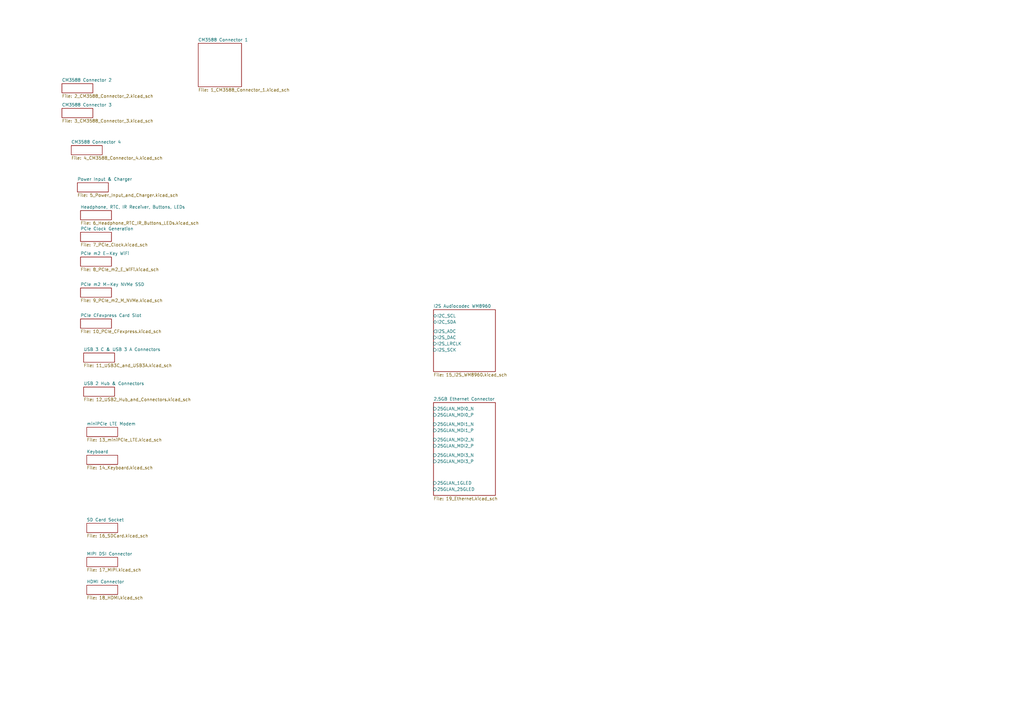
<source format=kicad_sch>
(kicad_sch
	(version 20250114)
	(generator "eeschema")
	(generator_version "9.0")
	(uuid "e8df7ad4-0398-46fe-8df2-22f014c5f1dd")
	(paper "A3")
	(lib_symbols)
	(sheet
		(at 31.75 74.93)
		(size 12.7 3.81)
		(exclude_from_sim no)
		(in_bom yes)
		(on_board yes)
		(dnp no)
		(fields_autoplaced yes)
		(stroke
			(width 0.1524)
			(type solid)
		)
		(fill
			(color 0 0 0 0.0000)
		)
		(uuid "07fa1f4a-4f08-4a00-b91a-2935c9cd6246")
		(property "Sheetname" "Power Input & Charger"
			(at 31.75 74.2184 0)
			(effects
				(font
					(size 1.27 1.27)
				)
				(justify left bottom)
			)
		)
		(property "Sheetfile" "5_Power_Input_and_Charger.kicad_sch"
			(at 31.75 79.3246 0)
			(effects
				(font
					(size 1.27 1.27)
				)
				(justify left top)
			)
		)
		(instances
			(project "mainboard"
				(path "/e8df7ad4-0398-46fe-8df2-22f014c5f1dd"
					(page "5")
				)
			)
		)
	)
	(sheet
		(at 81.28 17.78)
		(size 17.78 17.78)
		(exclude_from_sim no)
		(in_bom yes)
		(on_board yes)
		(dnp no)
		(fields_autoplaced yes)
		(stroke
			(width 0.1524)
			(type solid)
		)
		(fill
			(color 0 0 0 0.0000)
		)
		(uuid "179b20ca-7cf4-4c76-8c3b-b8b4c6c25c72")
		(property "Sheetname" "CM3588 Connector 1"
			(at 81.28 17.0684 0)
			(effects
				(font
					(size 1.27 1.27)
				)
				(justify left bottom)
			)
		)
		(property "Sheetfile" "1_CM3588_Connector_1.kicad_sch"
			(at 81.28 36.1446 0)
			(effects
				(font
					(size 1.27 1.27)
				)
				(justify left top)
			)
		)
		(instances
			(project "mainboard"
				(path "/e8df7ad4-0398-46fe-8df2-22f014c5f1dd"
					(page "1")
				)
			)
		)
	)
	(sheet
		(at 35.56 240.03)
		(size 12.7 3.81)
		(exclude_from_sim no)
		(in_bom yes)
		(on_board yes)
		(dnp no)
		(fields_autoplaced yes)
		(stroke
			(width 0.1524)
			(type solid)
		)
		(fill
			(color 0 0 0 0.0000)
		)
		(uuid "18d9dc9f-f158-4b8c-8c03-4e0e0e17c019")
		(property "Sheetname" "HDMI Connector"
			(at 35.56 239.3184 0)
			(effects
				(font
					(size 1.27 1.27)
				)
				(justify left bottom)
			)
		)
		(property "Sheetfile" "18_HDMI.kicad_sch"
			(at 35.56 244.4246 0)
			(effects
				(font
					(size 1.27 1.27)
				)
				(justify left top)
			)
		)
		(instances
			(project "mainboard"
				(path "/e8df7ad4-0398-46fe-8df2-22f014c5f1dd"
					(page "18")
				)
			)
		)
	)
	(sheet
		(at 33.02 95.25)
		(size 12.7 3.81)
		(exclude_from_sim no)
		(in_bom yes)
		(on_board yes)
		(dnp no)
		(fields_autoplaced yes)
		(stroke
			(width 0.1524)
			(type solid)
		)
		(fill
			(color 0 0 0 0.0000)
		)
		(uuid "484c6dee-af44-4b63-a825-46ce928312ff")
		(property "Sheetname" "PCIe Clock Generation"
			(at 33.02 94.5384 0)
			(effects
				(font
					(size 1.27 1.27)
				)
				(justify left bottom)
			)
		)
		(property "Sheetfile" "7_PCIe_Clock.kicad_sch"
			(at 33.02 99.6446 0)
			(effects
				(font
					(size 1.27 1.27)
				)
				(justify left top)
			)
		)
		(instances
			(project "mainboard"
				(path "/e8df7ad4-0398-46fe-8df2-22f014c5f1dd"
					(page "7")
				)
			)
		)
	)
	(sheet
		(at 33.02 118.11)
		(size 12.7 3.81)
		(exclude_from_sim no)
		(in_bom yes)
		(on_board yes)
		(dnp no)
		(fields_autoplaced yes)
		(stroke
			(width 0.1524)
			(type solid)
		)
		(fill
			(color 0 0 0 0.0000)
		)
		(uuid "6669fa1e-f015-4347-b375-5371b2a452c4")
		(property "Sheetname" "PCIe m2 M-Key NVMe SSD"
			(at 33.02 117.3984 0)
			(effects
				(font
					(size 1.27 1.27)
				)
				(justify left bottom)
			)
		)
		(property "Sheetfile" "9_PCIe_m2_M_NVMe.kicad_sch"
			(at 33.02 122.5046 0)
			(effects
				(font
					(size 1.27 1.27)
				)
				(justify left top)
			)
		)
		(instances
			(project "mainboard"
				(path "/e8df7ad4-0398-46fe-8df2-22f014c5f1dd"
					(page "9")
				)
			)
		)
	)
	(sheet
		(at 25.4 44.45)
		(size 12.7 3.81)
		(exclude_from_sim no)
		(in_bom yes)
		(on_board yes)
		(dnp no)
		(fields_autoplaced yes)
		(stroke
			(width 0.1524)
			(type solid)
		)
		(fill
			(color 0 0 0 0.0000)
		)
		(uuid "68a2b222-807f-4ee1-877f-9299e0573b20")
		(property "Sheetname" "CM3588 Connector 3"
			(at 25.4 43.7384 0)
			(effects
				(font
					(size 1.27 1.27)
				)
				(justify left bottom)
			)
		)
		(property "Sheetfile" "3_CM3588_Connector_3.kicad_sch"
			(at 25.4 48.8446 0)
			(effects
				(font
					(size 1.27 1.27)
				)
				(justify left top)
			)
		)
		(instances
			(project "mainboard"
				(path "/e8df7ad4-0398-46fe-8df2-22f014c5f1dd"
					(page "3")
				)
			)
		)
	)
	(sheet
		(at 35.56 175.26)
		(size 12.7 3.81)
		(exclude_from_sim no)
		(in_bom yes)
		(on_board yes)
		(dnp no)
		(fields_autoplaced yes)
		(stroke
			(width 0.1524)
			(type solid)
		)
		(fill
			(color 0 0 0 0.0000)
		)
		(uuid "8644110b-fd44-4bf7-8252-8da3b2442694")
		(property "Sheetname" "miniPCIe LTE Modem"
			(at 35.56 174.5484 0)
			(effects
				(font
					(size 1.27 1.27)
				)
				(justify left bottom)
			)
		)
		(property "Sheetfile" "13_miniPCIe_LTE.kicad_sch"
			(at 35.56 179.6546 0)
			(effects
				(font
					(size 1.27 1.27)
				)
				(justify left top)
			)
		)
		(instances
			(project "mainboard"
				(path "/e8df7ad4-0398-46fe-8df2-22f014c5f1dd"
					(page "13")
				)
			)
		)
	)
	(sheet
		(at 35.56 214.63)
		(size 12.7 3.81)
		(exclude_from_sim no)
		(in_bom yes)
		(on_board yes)
		(dnp no)
		(fields_autoplaced yes)
		(stroke
			(width 0.1524)
			(type solid)
		)
		(fill
			(color 0 0 0 0.0000)
		)
		(uuid "8986aa19-15b1-4e69-80f7-caad2369fd75")
		(property "Sheetname" "SD Card Socket"
			(at 35.56 213.9184 0)
			(effects
				(font
					(size 1.27 1.27)
				)
				(justify left bottom)
			)
		)
		(property "Sheetfile" "16_SDCard.kicad_sch"
			(at 35.56 219.0246 0)
			(effects
				(font
					(size 1.27 1.27)
				)
				(justify left top)
			)
		)
		(instances
			(project "mainboard"
				(path "/e8df7ad4-0398-46fe-8df2-22f014c5f1dd"
					(page "16")
				)
			)
		)
	)
	(sheet
		(at 34.29 158.75)
		(size 12.7 3.81)
		(exclude_from_sim no)
		(in_bom yes)
		(on_board yes)
		(dnp no)
		(fields_autoplaced yes)
		(stroke
			(width 0.1524)
			(type solid)
		)
		(fill
			(color 0 0 0 0.0000)
		)
		(uuid "8cfb5e11-a71f-45fa-8675-4058f56774f6")
		(property "Sheetname" "USB 2 Hub & Connectors"
			(at 34.29 158.0384 0)
			(effects
				(font
					(size 1.27 1.27)
				)
				(justify left bottom)
			)
		)
		(property "Sheetfile" "12_USB2_Hub_and_Connectors.kicad_sch"
			(at 34.29 163.1446 0)
			(effects
				(font
					(size 1.27 1.27)
				)
				(justify left top)
			)
		)
		(instances
			(project "mainboard"
				(path "/e8df7ad4-0398-46fe-8df2-22f014c5f1dd"
					(page "12")
				)
			)
		)
	)
	(sheet
		(at 35.56 228.6)
		(size 12.7 3.81)
		(exclude_from_sim no)
		(in_bom yes)
		(on_board yes)
		(dnp no)
		(fields_autoplaced yes)
		(stroke
			(width 0.1524)
			(type solid)
		)
		(fill
			(color 0 0 0 0.0000)
		)
		(uuid "92c68f36-3049-4ded-92bc-6a7d51e36adb")
		(property "Sheetname" "MIPI DSI Connector"
			(at 35.56 227.8884 0)
			(effects
				(font
					(size 1.27 1.27)
				)
				(justify left bottom)
			)
		)
		(property "Sheetfile" "17_MIPI.kicad_sch"
			(at 35.56 232.9946 0)
			(effects
				(font
					(size 1.27 1.27)
				)
				(justify left top)
			)
		)
		(instances
			(project "mainboard"
				(path "/e8df7ad4-0398-46fe-8df2-22f014c5f1dd"
					(page "17")
				)
			)
		)
	)
	(sheet
		(at 29.21 59.69)
		(size 12.7 3.81)
		(exclude_from_sim no)
		(in_bom yes)
		(on_board yes)
		(dnp no)
		(fields_autoplaced yes)
		(stroke
			(width 0.1524)
			(type solid)
		)
		(fill
			(color 0 0 0 0.0000)
		)
		(uuid "98643362-4360-4082-9fcf-14e673c38aa5")
		(property "Sheetname" "CM3588 Connector 4"
			(at 29.21 58.9784 0)
			(effects
				(font
					(size 1.27 1.27)
				)
				(justify left bottom)
			)
		)
		(property "Sheetfile" "4_CM3588_Connector_4.kicad_sch"
			(at 29.21 64.0846 0)
			(effects
				(font
					(size 1.27 1.27)
				)
				(justify left top)
			)
		)
		(instances
			(project "mainboard"
				(path "/e8df7ad4-0398-46fe-8df2-22f014c5f1dd"
					(page "4")
				)
			)
		)
	)
	(sheet
		(at 177.8 165.1)
		(size 25.4 38.1)
		(exclude_from_sim no)
		(in_bom yes)
		(on_board yes)
		(dnp no)
		(fields_autoplaced yes)
		(stroke
			(width 0.1524)
			(type solid)
		)
		(fill
			(color 0 0 0 0.0000)
		)
		(uuid "a5e27188-7231-4ab7-9c42-d430df737766")
		(property "Sheetname" "2.5GB Ethernet Connector"
			(at 177.8 164.3884 0)
			(effects
				(font
					(size 1.27 1.27)
				)
				(justify left bottom)
			)
		)
		(property "Sheetfile" "19_Ethernet.kicad_sch"
			(at 177.8 203.7846 0)
			(effects
				(font
					(size 1.27 1.27)
				)
				(justify left top)
			)
		)
		(pin "25GLAN_1GLED" input
			(at 177.8 198.12 180)
			(uuid "ea970541-ad9d-4d0d-8547-911cd1b37aa9")
			(effects
				(font
					(size 1.27 1.27)
				)
				(justify left)
			)
		)
		(pin "25GLAN_25GLED" input
			(at 177.8 200.66 180)
			(uuid "24cd0925-74b4-4560-a33f-7ae7e76c3a3e")
			(effects
				(font
					(size 1.27 1.27)
				)
				(justify left)
			)
		)
		(pin "25GLAN_MDI0_N" input
			(at 177.8 167.64 180)
			(uuid "f4af2d9b-10aa-40d9-9350-e6784521ac08")
			(effects
				(font
					(size 1.27 1.27)
				)
				(justify left)
			)
		)
		(pin "25GLAN_MDI0_P" input
			(at 177.8 170.18 180)
			(uuid "8dc62061-0699-45aa-8299-c65240602a1a")
			(effects
				(font
					(size 1.27 1.27)
				)
				(justify left)
			)
		)
		(pin "25GLAN_MDI1_N" input
			(at 177.8 173.99 180)
			(uuid "43d26a30-eace-40b0-aa03-d92c1c451f27")
			(effects
				(font
					(size 1.27 1.27)
				)
				(justify left)
			)
		)
		(pin "25GLAN_MDI1_P" input
			(at 177.8 176.53 180)
			(uuid "be8f7c3b-1e68-430d-85c9-d46a41f163fc")
			(effects
				(font
					(size 1.27 1.27)
				)
				(justify left)
			)
		)
		(pin "25GLAN_MDI2_N" input
			(at 177.8 180.34 180)
			(uuid "d967f382-784f-41fb-b4e8-dee48dc0690a")
			(effects
				(font
					(size 1.27 1.27)
				)
				(justify left)
			)
		)
		(pin "25GLAN_MDI2_P" input
			(at 177.8 182.88 180)
			(uuid "c38142cb-b0fb-4b38-9cc8-5fc01535ef0e")
			(effects
				(font
					(size 1.27 1.27)
				)
				(justify left)
			)
		)
		(pin "25GLAN_MDI3_N" input
			(at 177.8 186.69 180)
			(uuid "f5e953cf-b5bc-460c-a839-2c64b5e03602")
			(effects
				(font
					(size 1.27 1.27)
				)
				(justify left)
			)
		)
		(pin "25GLAN_MDI3_P" input
			(at 177.8 189.23 180)
			(uuid "f14274d4-a744-4264-9042-6c9ae352287b")
			(effects
				(font
					(size 1.27 1.27)
				)
				(justify left)
			)
		)
		(instances
			(project "mainboard"
				(path "/e8df7ad4-0398-46fe-8df2-22f014c5f1dd"
					(page "19")
				)
			)
		)
	)
	(sheet
		(at 33.02 105.41)
		(size 12.7 3.81)
		(exclude_from_sim no)
		(in_bom yes)
		(on_board yes)
		(dnp no)
		(fields_autoplaced yes)
		(stroke
			(width 0.1524)
			(type solid)
		)
		(fill
			(color 0 0 0 0.0000)
		)
		(uuid "a6c4e84f-5700-4370-a676-0959800a711a")
		(property "Sheetname" "PCIe m2 E-Key WiFi"
			(at 33.02 104.6984 0)
			(effects
				(font
					(size 1.27 1.27)
				)
				(justify left bottom)
			)
		)
		(property "Sheetfile" "8_PCIe_m2_E_WiFi.kicad_sch"
			(at 33.02 109.8046 0)
			(effects
				(font
					(size 1.27 1.27)
				)
				(justify left top)
			)
		)
		(instances
			(project "mainboard"
				(path "/e8df7ad4-0398-46fe-8df2-22f014c5f1dd"
					(page "8")
				)
			)
		)
	)
	(sheet
		(at 177.8 127)
		(size 25.4 25.4)
		(exclude_from_sim no)
		(in_bom yes)
		(on_board yes)
		(dnp no)
		(fields_autoplaced yes)
		(stroke
			(width 0.1524)
			(type solid)
		)
		(fill
			(color 0 0 0 0.0000)
		)
		(uuid "b257af20-c8e7-4b15-a490-5e02f5f9fd5b")
		(property "Sheetname" "I2S Audiocodec WM8960"
			(at 177.8 126.2884 0)
			(effects
				(font
					(size 1.27 1.27)
				)
				(justify left bottom)
			)
		)
		(property "Sheetfile" "15_I2S_WM8960.kicad_sch"
			(at 177.8 152.9846 0)
			(effects
				(font
					(size 1.27 1.27)
				)
				(justify left top)
			)
		)
		(pin "I2C_SCL" bidirectional
			(at 177.8 129.54 180)
			(uuid "979cdd8e-a106-445d-b8a7-48f177e59667")
			(effects
				(font
					(size 1.27 1.27)
				)
				(justify left)
			)
		)
		(pin "I2C_SDA" bidirectional
			(at 177.8 132.08 180)
			(uuid "282c9627-54b5-4aa2-bee8-89a08e502522")
			(effects
				(font
					(size 1.27 1.27)
				)
				(justify left)
			)
		)
		(pin "I2S_ADC" output
			(at 177.8 135.89 180)
			(uuid "a05cbe98-0618-446b-883e-d0c320231d4f")
			(effects
				(font
					(size 1.27 1.27)
				)
				(justify left)
			)
		)
		(pin "I2S_DAC" input
			(at 177.8 138.43 180)
			(uuid "b2c31b22-7b40-4714-bd58-1e419d037485")
			(effects
				(font
					(size 1.27 1.27)
				)
				(justify left)
			)
		)
		(pin "I2S_LRCLK" input
			(at 177.8 140.97 180)
			(uuid "db7ee098-c218-4701-9252-75e9f0dd2637")
			(effects
				(font
					(size 1.27 1.27)
				)
				(justify left)
			)
		)
		(pin "I2S_SCK" input
			(at 177.8 143.51 180)
			(uuid "29494526-8279-4f0f-9c50-01e51fd57fc1")
			(effects
				(font
					(size 1.27 1.27)
				)
				(justify left)
			)
		)
		(instances
			(project "mainboard"
				(path "/e8df7ad4-0398-46fe-8df2-22f014c5f1dd"
					(page "15")
				)
			)
		)
	)
	(sheet
		(at 34.29 144.78)
		(size 12.7 3.81)
		(exclude_from_sim no)
		(in_bom yes)
		(on_board yes)
		(dnp no)
		(fields_autoplaced yes)
		(stroke
			(width 0.1524)
			(type solid)
		)
		(fill
			(color 0 0 0 0.0000)
		)
		(uuid "b40728d0-bb26-4ad0-892e-a0f99316494b")
		(property "Sheetname" "USB 3 C & USB 3 A Connectors"
			(at 34.29 144.0684 0)
			(effects
				(font
					(size 1.27 1.27)
				)
				(justify left bottom)
			)
		)
		(property "Sheetfile" "11_USB3C_and_USB3A.kicad_sch"
			(at 34.29 149.1746 0)
			(effects
				(font
					(size 1.27 1.27)
				)
				(justify left top)
			)
		)
		(instances
			(project "mainboard"
				(path "/e8df7ad4-0398-46fe-8df2-22f014c5f1dd"
					(page "11")
				)
			)
		)
	)
	(sheet
		(at 35.56 186.69)
		(size 12.7 3.81)
		(exclude_from_sim no)
		(in_bom yes)
		(on_board yes)
		(dnp no)
		(fields_autoplaced yes)
		(stroke
			(width 0.1524)
			(type solid)
		)
		(fill
			(color 0 0 0 0.0000)
		)
		(uuid "b53c68d6-890a-48ca-a848-4e830d0e96f7")
		(property "Sheetname" "Keyboard"
			(at 35.56 185.9784 0)
			(effects
				(font
					(size 1.27 1.27)
				)
				(justify left bottom)
			)
		)
		(property "Sheetfile" "14_Keyboard.kicad_sch"
			(at 35.56 191.0846 0)
			(effects
				(font
					(size 1.27 1.27)
				)
				(justify left top)
			)
		)
		(instances
			(project "mainboard"
				(path "/e8df7ad4-0398-46fe-8df2-22f014c5f1dd"
					(page "14")
				)
			)
		)
	)
	(sheet
		(at 25.4 34.29)
		(size 12.7 3.81)
		(exclude_from_sim no)
		(in_bom yes)
		(on_board yes)
		(dnp no)
		(fields_autoplaced yes)
		(stroke
			(width 0.1524)
			(type solid)
		)
		(fill
			(color 0 0 0 0.0000)
		)
		(uuid "bcd9a7a9-7c30-4b20-85c5-75455db96f45")
		(property "Sheetname" "CM3588 Connector 2"
			(at 25.4 33.5784 0)
			(effects
				(font
					(size 1.27 1.27)
				)
				(justify left bottom)
			)
		)
		(property "Sheetfile" "2_CM3588_Connector_2.kicad_sch"
			(at 25.4 38.6846 0)
			(effects
				(font
					(size 1.27 1.27)
				)
				(justify left top)
			)
		)
		(instances
			(project "mainboard"
				(path "/e8df7ad4-0398-46fe-8df2-22f014c5f1dd"
					(page "2")
				)
			)
		)
	)
	(sheet
		(at 33.02 86.36)
		(size 12.7 3.81)
		(exclude_from_sim no)
		(in_bom yes)
		(on_board yes)
		(dnp no)
		(fields_autoplaced yes)
		(stroke
			(width 0.1524)
			(type solid)
		)
		(fill
			(color 0 0 0 0.0000)
		)
		(uuid "c1c653fe-8be5-421f-be33-d886be37e0a5")
		(property "Sheetname" "Headphone, RTC, IR Receiver, Buttons, LEDs"
			(at 33.02 85.6484 0)
			(effects
				(font
					(size 1.27 1.27)
				)
				(justify left bottom)
			)
		)
		(property "Sheetfile" "6_Headphone_RTC_IR_Buttons_LEDs.kicad_sch"
			(at 33.02 90.7546 0)
			(effects
				(font
					(size 1.27 1.27)
				)
				(justify left top)
			)
		)
		(instances
			(project "mainboard"
				(path "/e8df7ad4-0398-46fe-8df2-22f014c5f1dd"
					(page "6")
				)
			)
		)
	)
	(sheet
		(at 33.02 130.81)
		(size 12.7 3.81)
		(exclude_from_sim no)
		(in_bom yes)
		(on_board yes)
		(dnp no)
		(fields_autoplaced yes)
		(stroke
			(width 0.1524)
			(type solid)
		)
		(fill
			(color 0 0 0 0.0000)
		)
		(uuid "e7fb8ba8-ec6e-4e12-955d-f90b904d700b")
		(property "Sheetname" "PCIe CFexpress Card Slot"
			(at 33.02 130.0984 0)
			(effects
				(font
					(size 1.27 1.27)
				)
				(justify left bottom)
			)
		)
		(property "Sheetfile" "10_PCIe_CFexpress.kicad_sch"
			(at 33.02 135.2046 0)
			(effects
				(font
					(size 1.27 1.27)
				)
				(justify left top)
			)
		)
		(instances
			(project "mainboard"
				(path "/e8df7ad4-0398-46fe-8df2-22f014c5f1dd"
					(page "10")
				)
			)
		)
	)
	(sheet_instances
		(path "/"
			(page "0")
		)
	)
	(embedded_fonts no)
	(embedded_files
		(file
			(name "A3_ISO5457-1999_ISO7200-2004-compact_EN.kicad_wks")
			(type worksheet)
			(data |KLUv/WBhIyUiACaqeCUQrbgB3wq561/zHS4DZ1bsoBEJEmVkiIiIKJO/3MeAqqqGgFIBcQBqAGkA
				y90R8ouOsTYnc+DiJXsjuwQlLJgi8eqtbrelDURyRpvp0pweHzWF/ny+YrT5hzsWrE55JEb/4ZMy
				/U+Smp4nEmgyzbZKkGQ+lIePeNQ0dlYnD4EkXIIipmkOq09A1Vv8GaUq7xWjCvCV6fJEDy55KCas
				52J0IzT3AW8bcGw4yAWLH8Mtx5CNJWO5WDZLZrksIy8I13vtXLfGjPFarnv6S/7QSwT6qgKxFqMv
				TZFWaGOtJorR5i3esGDWt/jLn3C+6eZsc7LVqxeEvQzh9kYJ5ZOuSSYXS9lrcYwBPj3iU6PnAUmT
				hzc0rQ25tcYX4DzlEPVIQpU0UZU7AmLcBhlybNYMNtbYW8jKze3r9noZt11RIYvqlptBhqz7Whfy
				gswUP3ltVP/npymbVZdb42Z19WJhtHpW6C4sWJokl2ii4HzTzdYzAM1zmK1TECBgWBxXYxc0WI49
				R2u3DcZaQ20OfKyBFzeW01GZ43YQiPzuE4bmPN4mkZ4EZrFSVZBGJvV/tkEnwh2O3+tlPh5RVIVB
				Bzx6iDFXVf75qm2jLq8vOaXymAwei5gmRTEcr4tUiP/js/FY+0MKgUmowXBLRkSSpKCQ5vERIYgw
				W3UySAwDIRTDARlIMRhCIZJDAiIggiIkxCBjTgXmAwRYtcuOPfmcfE+UZp3iNJq0sGNgjzFCXpi1
				1JnEVh8YhGH6FRRskCwCdUxrSdKXaESAhBcT9B7vNZqYihTW45d4+WJK/8maE2nhs922Ehdik8p2
				KIBItOZsadcyeuTIoXTSwHaBULl8zL5Mq6y0VyE7+/ws/BJqyZAL/t1mVbRHodIbeGfsOnAVqxlp
				LreH/CjzWsWr/Q9CejwLZ9WLlm0AmJlUtJrRYtPBNIFPVMcypMxjFLLNxSRJWnyBTp4zBql26/9V
				M1dOuQYRGZjCtqSiyf7WNjQvhcCdteVlFFAgHqe/UYRosQMXJGoOqo0ztK9Adc0UpxL1vFtB7BC8
				toG+yKNFw8bJm72toMmoVumH7fvFefn8ze5//gJI+uYPLHcx9AbuLf+LdqQi7p+GHrH+iyPU+/UQ
				+n0VhHq+HkJ/r4JQ10sQyuss6E75+yBz7JaUnEhOLC3hhEwi4ByRBkoeEXGrmROTbhLT5B30Y+Iw
				eLixSl3p8iNeLYdBqw4hDlM9hhOl2hsnBxmEPoR3SFnmUw4iBDUwH5mT2afZv/70nLEIkrB0tUJP
				8Dp+DhSLnEV3/XoO5dseUOT0t8gnDjjYbz1iHBp3aUCv4SWbI1U5CWImEFlAuq/BTbDWUNSNwXzL
				aEyt9T1oeoQ+olH+W2P6Wr5S5lNY09aaoE8WtwOGWhBFuI0FTqaMfEFtSCVqV6LqeFPaRSg7PwFv
				65oXP5wdimnw5YX7tQinpqhUAQ==|
			)
			(checksum "390B5D6CBC7D9953924469EDACCB19C5")
		)
	)
)

</source>
